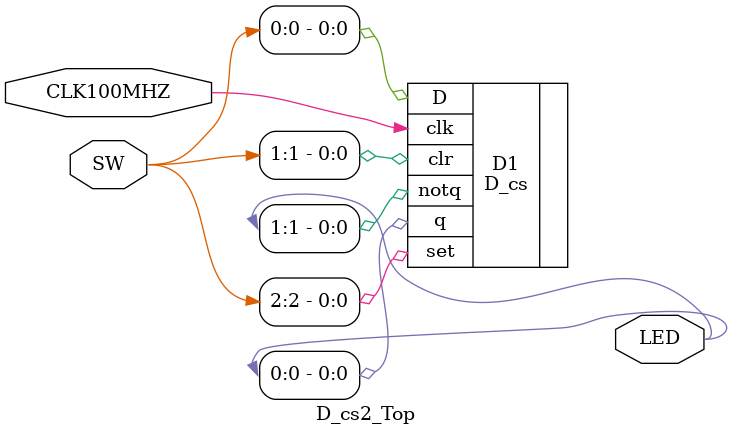
<source format=sv>
module D_cs2_Top(
    input  logic CLK100MHZ, 
    input  logic [2:0] SW,
    output logic [1:0] LED);
    
    //ÊµÀý»¯
    D_cs D1(.clk (CLK100MHZ),
            .D   (SW[0]),
            .clr (SW[1]),
            .set (SW[2]),
            .q   (LED[0]),
            .notq(LED[1])  );
endmodule
</source>
